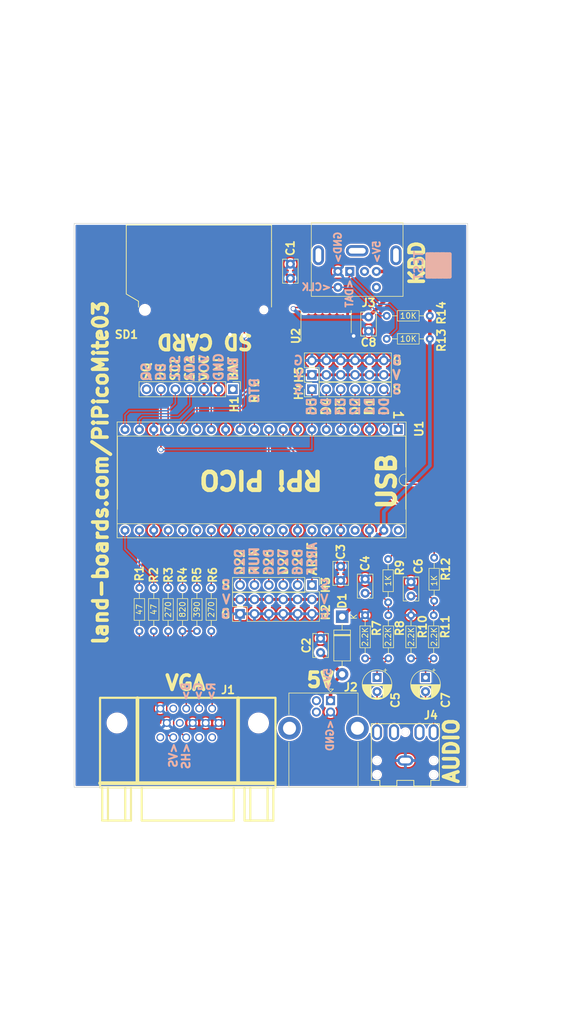
<source format=kicad_pcb>
(kicad_pcb (version 20211014) (generator pcbnew)
  (title_block (title "PiPicoMite03") (date "2022-06-27") (rev "1") (company "land-boards.com"))
  (layers (0 "F.Cu" signal) (31 "B.Cu" signal) (36 "B.SilkS" user "B.Silkscreen") (37 "F.SilkS" user "F.Silkscreen") (38 "B.Mask" user) (39 "F.Mask" user) (44 "Edge.Cuts" user))
  (net 0 "")
  (net 1 "GND")
  (net 2 "+3V3")
  (net 3 "/USB5V")
  (net 4 "Net-(C7-Pad1)")
  (net 5 "Net-(C6-Pad1)")
  (net 6 "/GP13")
  (net 7 "/GP11")
  (net 8 "/GP10")
  (net 9 "/GP12")
  (net 10 "/GP0")
  (net 11 "/GP1")
  (net 12 "/GP2")
  (net 13 "/GP3")
  (net 14 "/GP4")
  (net 15 "/GP5")
  (net 16 "/GP6")
  (net 17 "/GP7")
  (net 18 "/GP8")
  (net 19 "/VGA_B")
  (net 20 "/VGA_G")
  (net 21 "/VGA_R")
  (net 22 "/GP9")
  (net 23 "/GP14")
  (net 24 "/GP15")
  (net 26 "/GP28")
  (net 27 "/GP27")
  (net 28 "/GP26")
  (net 29 "/GP22")
  (net 30 "/GP21")
  (net 31 "/GP20")
  (net 32 "/VBUS")
  (net 33 "/VEN3")
  (net 34 "/ADCREF")
  (net 35 "Net-(C7-Pad2)")
  (net 36 "/GP19")
  (net 37 "/GP18")
  (net 38 "/GP17")
  (net 39 "/HS")
  (net 40 "/VS")
  (net 41 "/RUN")
  (net 42 "/GP16")
  (net 44 "Net-(C5-Pad1)")
  (net 45 "Net-(C4-Pad1)")
  (net 46 "Net-(C5-Pad2)")
  (net 51 "/PS2DAT")
  (net 53 "/PS2CLK")
  (net 58 "/VSYS")
  (footprint "LandBoards_Conns:DB_15F-VGA-fixed" (layer "F.Cu") (at 122.08025 134.52425)
    (fp_text reference "J1")
    (fp_text value "CONN, DB15HD, BLUE (VGA)" hide)
  )
  (footprint "LandBoards_Conns:SD_CARD" (layer "F.Cu") (at 129.633 57.6255 180)
    (fp_text reference "SD1")
    (fp_text value "Conn, SD Card" hide)
  )
  (footprint "Resistor_THT:R_Axial_DIN0204_L3.6mm_D1.6mm_P7.62mm_Horizontal" (layer "F.Cu") (at 126.233 114.3 90)
    (fp_text reference "R6")
    (fp_text value "270")
  )
  (footprint "Resistor_THT:R_Axial_DIN0204_L3.6mm_D1.6mm_P7.62mm_Horizontal" (layer "F.Cu") (at 123.693 114.3 90)
    (fp_text reference "R5")
    (fp_text value "390")
  )
  (footprint "Resistor_THT:R_Axial_DIN0204_L3.6mm_D1.6mm_P7.62mm_Horizontal" (layer "F.Cu") (at 157.475 109.22 90)
    (fp_text reference "R9")
    (fp_text value "1K")
  )
  (footprint "Resistor_THT:R_Axial_DIN0204_L3.6mm_D1.6mm_P7.62mm_Horizontal" (layer "F.Cu") (at 121.153 114.3 90)
    (fp_text reference "R4")
    (fp_text value "820")
  )
  (footprint "Resistor_THT:R_Axial_DIN0204_L3.6mm_D1.6mm_P7.62mm_Horizontal" (layer "F.Cu") (at 118.613 114.3 90)
    (fp_text reference "R3")
    (fp_text value "270")
  )
  (footprint "Resistor_THT:R_Axial_DIN0204_L3.6mm_D1.6mm_P7.62mm_Horizontal" (layer "F.Cu") (at 116.073 114.3 90)
    (fp_text reference "R2")
    (fp_text value "47")
  )
  (footprint "Resistor_THT:R_Axial_DIN0204_L3.6mm_D1.6mm_P7.62mm_Horizontal" (layer "F.Cu") (at 113.533 114.3 90)
    (fp_text reference "R1")
    (fp_text value "47")
  )
  (footprint "LandBoards_BoardOutlines:RasPiPico" (layer "F.Cu") (at 159.253 78.735 -90)
    (fp_text reference "U1")
    (fp_text value "RPi-PICO" hide)
  )
  (footprint "Connector_USB:USB_B_Lumberg_2411_02_Horizontal" (layer "F.Cu") (at 147.3 126.5825 -90)
    (fp_text reference "J2")
    (fp_text value "USB-B" hide)
  )
  (footprint "Capacitor_THT:CP_Radial_D5.0mm_P2.50mm" (layer "F.Cu") (at 155.513 122.492888 -90)
    (fp_text reference "C5")
    (fp_text value "47uF")
  )
  (footprint "Capacitor_THT:C_Rect_L4.0mm_W2.5mm_P2.50mm" (layer "F.Cu") (at 153.411 107.62 90)
    (fp_text reference "C4")
    (fp_text value "47nF")
  )
  (footprint "Resistor_THT:R_Axial_DIN0204_L3.6mm_D1.6mm_P7.62mm_Horizontal" (layer "F.Cu") (at 161.513 119.126 90)
    (fp_text reference "R10")
    (fp_text value "2.2K")
  )
  (footprint "Resistor_THT:R_Axial_DIN0204_L3.6mm_D1.6mm_P7.62mm_Horizontal" (layer "F.Cu") (at 157.513 119.126 90)
    (fp_text reference "R8")
    (fp_text value "2.2K")
  )
  (footprint "Capacitor_THT:C_Rect_L4.0mm_W2.5mm_P2.50mm" (layer "F.Cu") (at 154.013 58.87 -90)
    (fp_text reference "C8")
    (fp_text value "0.1uF")
  )
  (footprint "Connector_PinHeader_2.54mm:PinHeader_2x06_P2.54mm_Vertical" (layer "F.Cu") (at 131.318 111.252 90)
    (fp_text reference "H2")
    (fp_text value "Conn_02x06_Odd_Even")
  )
  (footprint "Connector_PinHeader_2.54mm:PinHeader_2x06_P2.54mm_Vertical" (layer "F.Cu") (at 144.013 69.088 90)
    (fp_text reference "H5")
    (fp_text value "Conn_02x06_Odd_Even")
  )
  (footprint "Connector_PinHeader_2.54mm:PinHeader_1x06_P2.54mm_Vertical" (layer "F.Cu") (at 144.018 106.172 -90)
    (fp_text reference "H3")
    (fp_text value "Conn_01x06")
  )
  (footprint "Connector_PinHeader_2.54mm:PinHeader_1x07_P2.54mm_Vertical" (layer "F.Cu") (at 130.043 71.628 -90)
    (fp_text reference "H1")
    (fp_text value "Conn_01x07")
  )
  (footprint "Diode_THT:D_DO-41_SOD81_P10.16mm_Horizontal" (layer "F.Cu") (at 149.347 111.76 -90)
    (fp_text reference "D1")
    (fp_text value "1N5819")
  )
  (footprint "Capacitor_THT:C_Rect_L4.0mm_W2.5mm_P2.50mm" (layer "F.Cu") (at 161.513 108.12 90)
    (fp_text reference "C6")
    (fp_text value "47nF")
  )
  (footprint "Capacitor_THT:C_Rect_L4.0mm_W2.5mm_P2.50mm" (layer "F.Cu") (at 140.203 52.05 90)
    (fp_text reference "C1")
    (fp_text value "0.1uF")
  )
  (footprint "LandBoards_Conns:Jack_3.5mm_CUI_SJ1-3523N_Horizontal" (layer "F.Cu") (at 160.513 137.144 180)
    (fp_text reference "J4")
    (fp_text value "AudioJack3" hide)
  )
  (footprint "Resistor_THT:R_Axial_DIN0204_L3.6mm_D1.6mm_P7.62mm_Horizontal" (layer "F.Cu") (at 153.411 111.506 -90)
    (fp_text reference "R7")
    (fp_text value "2.2K")
  )
  (footprint "Resistor_THT:R_Axial_DIN0204_L3.6mm_D1.6mm_P7.62mm_Horizontal" (layer "F.Cu") (at 164.841 62.738 180)
    (fp_text reference "R13")
    (fp_text value "10K")
  )
  (footprint "Resistor_THT:R_Axial_DIN0204_L3.6mm_D1.6mm_P7.62mm_Horizontal" (layer "F.Cu") (at 164.841 58.674 180)
    (fp_text reference "R14")
    (fp_text value "10K")
  )
  (footprint "Capacitor_THT:CP_Radial_D5.0mm_P2.50mm" (layer "F.Cu") (at 164.079 122.492888 -90)
    (fp_text reference "C7")
    (fp_text value "47uF")
  )
  (footprint "Package_SO:SOIC-14_3.9x8.7mm_P1.27mm" (layer "F.Cu") (at 146.513 59.69 90)
    (fp_text reference "U2")
    (fp_text value "TXS0104")
  )
  (footprint "Capacitor_THT:C_Rect_L4.0mm_W2.5mm_P2.50mm" (layer "F.Cu") (at 149.093 102.87 -90)
    (fp_text reference "C3")
    (fp_text value "0.1uF")
  )
  (footprint "LandBoards_Conns:Connector_Mini-DIN_Female_6Pin_2rows" (layer "F.Cu") (at 150.703106 50.845001 180)
    (fp_text reference "J3")
    (fp_text value "PS2_DIN6")
  )
  (footprint "Capacitor_THT:C_Rect_L4.0mm_W2.5mm_P2.50mm" (layer "F.Cu") (at 145.537 118.09 90)
    (fp_text reference "C2")
    (fp_text value "0.1uF")
  )
  (footprint "Resistor_THT:R_Axial_DIN0204_L3.6mm_D1.6mm_P7.62mm_Horizontal" (layer "F.Cu") (at 165.513 119.126 90)
    (fp_text reference "R11")
    (fp_text value "2.2K")
  )
  (footprint "LandBoards_Marking:TEST_BLK-REAR" (layer "F.Cu") (at 166.365 49.784 90)
    (fp_text reference "TEST")
    (fp_text value "COUPON" hide)
  )
  (footprint "Resistor_THT:R_Axial_DIN0204_L3.6mm_D1.6mm_P7.62mm_Horizontal" (layer "F.Cu") (at 165.603 108.966 90)
    (fp_text reference "R12")
    (fp_text value "1K")
  )
  (footprint "Connector_PinHeader_2.54mm:PinHeader_1x06_P2.54mm_Vertical" (layer "F.Cu") (at 144.013 71.628 90)
    (fp_text reference "H4")
    (fp_text value "Conn_01x06")
  )
  (gr_rect (start 102.013 42.37) (end 171.513 141.87) (layer "Edge.Cuts") (width 0.1) (fill none))
  (gr_text "5V>" (at 146.807 124.968 90) (layer "B.SilkS") (effects (font (size 1.27 1.27) (thickness 0.3175)) (justify right mirror)))
  (gr_text "<GND" (at 147.193 129.794 90) (layer "B.SilkS") (effects (font (size 1.27 1.27) (thickness 0.3175)) (justify left mirror)))
  (gr_text "B>\nG>\nR>" (at 123.947 126.746 90) (layer "B.SilkS") (effects (font (size 1.397 1.397) (thickness 0.34925)) (justify right mirror)))
  (gr_text "<DAT" (at 150.617 52.07 90) (layer "B.SilkS") (effects (font (size 1.27 1.27) (thickness 0.3175)) (justify left mirror)))
  (gr_text "D5\nD4\nD3\nD2\nD1\nD0" (at 150.363 72.898 90) (layer "B.SilkS") (effects (font (size 1.5875 1.5875) (thickness 0.34925)) (justify left mirror)))
  (gr_text "GND>" (at 148.585 49.53 90) (layer "B.SilkS") (effects (font (size 1.27 1.27) (thickness 0.3175)) (justify right mirror)))
  (gr_text "D22\nRUN\nD26\nD27\nD28\nAREF" (at 137.663 104.648 90) (layer "B.SilkS") (effects (font (size 1.5875 1.5875) (thickness 0.34925)) (justify right mirror)))
  (gr_text "S\nV\nG" (at 145.283 108.712) (layer "B.SilkS") (effects (font (size 1.5875 1.5875) (thickness 0.34925)) (justify right mirror)))
  (gr_text "5V>" (at 155.443 49.53 90) (layer "B.SilkS") (effects (font (size 1.27 1.27) (thickness 0.3175)) (justify right mirror)))
  (gr_text "<CLK" (at 147.569 53.594) (layer "B.SilkS") (effects (font (size 1.27 1.27) (thickness 0.3175)) (justify left mirror)))
  (gr_text "S\nV\nG" (at 129.789 108.712) (layer "B.SilkS") (effects (font (size 1.5875 1.5875) (thickness 0.34925)) (justify left mirror)))
  (gr_text "RTC" (at 133.853 71.882 90) (layer "B.SilkS") (effects (font (size 1.5875 1.5875) (thickness 0.34925)) (justify mirror)))
  (gr_text "G\nV\nS" (at 142.621 69.118) (layer "B.SilkS") (effects (font (size 1.5875 1.5875) (thickness 0.34925)) (justify left mirror)))
  (gr_text "G\nV\nS" (at 157.988 69.088) (layer "B.SilkS") (effects (font (size 1.5875 1.5875) (thickness 0.34925)) (justify right mirror)))
  (gr_text "<VS\n<HS" (at 120.645 133.858 90) (layer "B.SilkS") (effects (font (size 1.397 1.397) (thickness 0.34925)) (justify left mirror)))
  (gr_text "SQ\nDS\nSCL\nSDA\nVCC\nGND\nBAT" (at 122.423 70.358 90) (layer "B.SilkS") (effects (font (size 1.5875 1.5875) (thickness 0.34925)) (justify right mirror)))
  (gr_text "VGA" (at 121.666 123.444) (layer "F.SilkS") (effects (font (size 2.54 2.54) (thickness 0.635))))
  (gr_text "G\nV\nS" (at 158.043 69.118) (layer "F.SilkS") (effects (font (size 1.5875 1.5875) (thickness 0.34925)) (justify left)))
  (gr_text "AUDIO" (at 168.651 141.478 90) (layer "F.SilkS") (effects (font (size 2.54 2.54) (thickness 0.635)) (justify left)))
  (gr_text "RTC" (at 133.853 71.882 90) (layer "F.SilkS") (effects (font (size 1.5875 1.5875) (thickness 0.34925))))
  (gr_text "land-boards.com/PiPicoMite03" (at 106.675 86.36 90) (layer "F.SilkS") (effects (font (size 2.54 2.54) (thickness 0.635))))
  (gr_text "SQ\nDS\nSCL\nSDA\nVCC\nGND\nBAT" (at 122.423 70.358 90) (layer "F.SilkS") (effects (font (size 1.5875 1.5875) (thickness 0.34925)) (justify left)))
  (gr_text "SD CARD" (at 133.853 63.246 180) (layer "F.SilkS") (effects (font (size 2.54 2.54) (thickness 0.635)) (justify left)))
  (gr_text "RPi PICO" (at 135.013 87.63 180) (layer "F.SilkS") (effects (font (size 3.175 3.175) (thickness 0.79375))))
  (gr_text "S\nV\nG" (at 129.789 108.712) (layer "F.SilkS") (effects (font (size 1.5875 1.5875) (thickness 0.34925)) (justify right)))
  (gr_text "D22\nRUN\nD26\nD27\nD28\nAREF" (at 137.663 104.648 90) (layer "F.SilkS") (effects (font (size 1.5875 1.5875) (thickness 0.34925)) (justify left)))
  (gr_text "KBD" (at 162.555 53.594 90) (layer "F.SilkS") (effects (font (size 2.54 2.54) (thickness 0.635)) (justify left)))
  (gr_text "5V" (at 142.748 122.936) (layer "F.SilkS") (effects (font (size 2.54 2.54) (thickness 0.635)) (justify left)))
  (gr_text "D5\nD4\nD3\nD2\nD1\nD0" (at 150.363 72.898 90) (layer "F.SilkS") (effects (font (size 1.5875 1.5875) (thickness 0.34925)) (justify right)))
  (gr_text "USB" (at 157.226 87.884 90) (layer "F.SilkS") (effects (font (size 3.175 3.175) (thickness 0.79375))))
  (segment (start 122.133 60.4255) (end 122.133 62.194) (width 0.254) (layer "F.Cu") (net 1))
  (segment (start 129.633 61.878) (end 129.535 61.976) (width 0.254) (layer "F.Cu") (net 1))
  (segment (start 129.633 60.4255) (end 129.633 61.878) (width 0.254) (layer "F.Cu") (net 1))
  (segment (start 150.323 62.165) (end 151.314 62.165) (width 0.254) (layer "F.Cu") (net 1))
  (segment (start 151.314 62.165) (end 151.379 62.23) (width 0.254) (layer "F.Cu") (net 1))
  (segment (start 122.133 62.194) (end 122.169 62.23) (width 0.254) (layer "F.Cu") (net 1))
  (via (at 129.535 61.976) (size 0.889) (drill 0.635) (layers "F.Cu" "B.Cu") (net 1))
  (via (at 151.379 62.23) (size 0.889) (drill 0.635) (layers "F.Cu" "B.Cu") (net 1))
  (via (at 122.169 62.23) (size 0.889) (drill 0.635) (layers "F.Cu" "B.Cu") (net 1))
  (segment (start 149.347 121.92) (end 147.3 123.967) (width 0.635) (layer "F.Cu") (net 3))
  (segment (start 149.347 121.9) (end 145.537 118.09) (width 0.635) (layer "F.Cu") (net 3))
  (segment (start 147.3 123.967) (end 147.3 126.5825) (width 0.635) (layer "F.Cu") (net 3))
  (segment (start 149.347 121.92) (end 149.347 121.9) (width 0.635) (layer "F.Cu") (net 3))
  (segment (start 164.079 120.56) (end 165.513 119.126) (width 0.254) (layer "F.Cu") (net 4))
  (segment (start 164.079 122.492888) (end 164.079 120.56) (width 0.254) (layer "F.Cu") (net 4))
  (segment (start 161.513 119.126) (end 165.513 119.126) (width 0.254) (layer "F.Cu") (net 4))
  (segment (start 164.757 108.12) (end 165.603 108.966) (width 0.254) (layer "F.Cu") (net 5))
  (segment (start 165.513 111.506) (end 165.513 109.056) (width 0.254) (layer "F.Cu") (net 5))
  (segment (start 165.513 109.056) (end 165.603 108.966) (width 0.254) (layer "F.Cu") (net 5))
  (segment (start 161.513 108.12) (end 164.757 108.12) (width 0.254) (layer "F.Cu") (net 5))
  (segment (start 117.133 63.798) (end 117.133 60.4255) (width 0.254) (layer "F.Cu") (net 6))
  (segment (start 118.613 65.278) (end 117.133 63.798) (width 0.254) (layer "F.Cu") (net 6))
  (segment (start 118.613 78.735) (end 118.613 65.278) (width 0.254) (layer "F.Cu") (net 6))
  (segment (start 123.693 78.735) (end 123.693 67.31) (width 0.254) (layer "F.Cu") (net 7))
  (segment (start 123.693 67.31) (end 119.633 63.25) (width 0.254) (layer "F.Cu") (net 7))
  (segment (start 119.633 63.25) (end 119.633 60.4255) (width 0.254) (layer "F.Cu") (net 7))
  (segment (start 127.133 60.4255) (end 127.133 62.876) (width 0.254) (layer "F.Cu") (net 8))
  (segment (start 126.233 63.776) (end 127.133 62.876) (width 0.254) (layer "F.Cu") (net 8))
  (segment (start 126.233 78.735) (end 126.233 63.776) (width 0.254) (layer "F.Cu") (net 8))
  (segment (start 132.075 60.4475) (end 132.053 60.4255) (width 0.254) (layer "F.Cu") (net 9))
  (segment (start 132.075 62.23) (end 132.075 60.4475) (width 0.254) (layer "F.Cu") (net 9))
  (via (at 132.075 62.23) (size 0.889) (drill 0.635) (layers "F.Cu" "B.Cu") (net 9))
  (segment (start 131.313 75.184) (end 132.075 74.422) (width 0.254) (layer "B.Cu") (net 9))
  (segment (start 132.075 74.422) (end 132.075 62.23) (width 0.254) (layer "B.Cu") (net 9))
  (segment (start 121.153 77.47) (end 123.439 75.184) (width 0.254) (layer "B.Cu") (net 9))
  (segment (start 121.153 78.735) (end 121.153 77.47) (width 0.254) (layer "B.Cu") (net 9))
  (segment (start 123.439 75.184) (end 131.313 75.184) (width 0.254) (layer "B.Cu") (net 9))
  (segment (start 159.253 74.168) (end 159.253 78.735) (width 0.254) (layer "F.Cu") (net 10))
  (segment (start 156.713 71.628) (end 159.253 74.168) (width 0.254) (layer "F.Cu") (net 10))
  (segment (start 156.713 76.708) (end 154.173 74.168) (width 0.254) (layer "F.Cu") (net 11))
  (segment (start 154.173 74.168) (end 154.173 71.628) (width 0.254) (layer "F.Cu") (net 11))
  (segment (start 156.713 78.735) (end 156.713 76.708) (width 0.254) (layer "F.Cu") (net 11))
  (segment (start 151.633 78.735) (end 151.633 71.628) (width 0.254) (layer "F.Cu") (net 12))
  (segment (start 149.093 78.735) (end 149.093 71.628) (width 0.254) (layer "F.Cu") (net 13))
  (segment (start 146.553 78.735) (end 146.553 71.628) (width 0.254) (layer "F.Cu") (net 14))
  (segment (start 117.343 71.628) (end 117.343 82.296) (width 0.254) (layer "F.Cu") (net 15))
  (segment (start 144.013 78.735) (end 144.013 71.628) (width 0.254) (layer "F.Cu") (net 15))
  (via (at 117.343 82.296) (size 0.889) (drill 0.635) (layers "F.Cu" "B.Cu") (net 15))
  (segment (start 144.013 82.296) (end 117.343 82.296) (width 0.254) (layer "B.Cu") (net 15))
  (segment (start 144.013 78.735) (end 144.013 82.296) (width 0.254) (layer "B.Cu") (net 15))
  (segment (start 138.933 80.772) (end 146.553 88.392) (width 0.254) (layer "F.Cu") (net 16))
  (segment (start 146.553 88.392) (end 162.555 88.392) (width 0.254) (layer "F.Cu") (net 16))
  (segment (start 138.933 78.735) (end 138.933 80.772) (width 0.254) (layer "F.Cu") (net 16))
  (segment (start 165.603 91.44) (end 165.603 101.346) (width 0.254) (layer "F.Cu") (net 16))
  (segment (start 162.555 88.392) (end 165.603 91.44) (width 0.254) (layer "F.Cu") (net 16))
  (segment (start 157.221 89.916) (end 143.251 89.916) (width 0.254) (layer "F.Cu") (net 17))
  (segment (start 136.393 83.058) (end 136.393 78.735) (width 0.254) (layer "F.Cu") (net 17))
  (segment (start 157.475 101.6) (end 161.539 97.536) (width 0.254) (layer "F.Cu") (net 17))
  (segment (start 161.539 94.234) (end 157.221 89.916) (width 0.254) (layer "F.Cu") (net 17))
  (segment (start 143.251 89.916) (end 136.393 83.058) (width 0.254) (layer "F.Cu") (net 17))
  (segment (start 161.539 97.536) (end 161.539 94.234) (width 0.254) (layer "F.Cu") (net 17))
  (segment (start 133.853 78.735) (end 133.853 72.39) (width 0.254) (layer "F.Cu") (net 18))
  (segment (start 133.853 72.39) (end 141.473 64.77) (width 0.254) (layer "F.Cu") (net 18))
  (segment (start 144.775 64.77) (end 145.243 64.302) (width 0.254) (layer "F.Cu") (net 18))
  (segment (start 145.243 64.302) (end 145.243 62.165) (width 0.254) (layer "F.Cu") (net 18))
  (segment (start 141.473 64.77) (end 144.775 64.77) (width 0.254) (layer "F.Cu") (net 18))
  (segment (start 118.613 114.3) (end 118.613 119.634) (width 0.254) (layer "F.Cu") (net 19))
  (segment (start 121.81355 127.97359) (end 121.81355 122.83455) (width 0.254) (layer "F.Cu") (net 19))
  (segment (start 121.81355 122.83455) (end 118.613 119.634) (width 0.254) (layer "F.Cu") (net 19))
  (segment (start 124.09955 127.97359) (end 124.09955 121.94055) (width 0.254) (layer "F.Cu") (net 20))
  (segment (start 121.153 118.994) (end 124.09955 121.94055) (width 0.254) (layer "F.Cu") (net 20))
  (segment (start 121.153 114.3) (end 123.693 114.3) (width 0.254) (layer "F.Cu") (net 20))
  (segment (start 121.153 114.3) (end 121.153 118.994) (width 0.254) (layer "F.Cu") (net 20))
  (segment (start 125.222 116.967) (end 125.222 119.126) (width 0.254) (layer "F.Cu") (net 21))
  (segment (start 126.233 114.3) (end 126.233 115.956) (width 0.254) (layer "F.Cu") (net 21))
  (segment (start 126.39063 127.97359) (end 126.39063 120.29463) (width 0.254) (layer "F.Cu") (net 21))
  (segment (start 126.233 115.956) (end 125.222 116.967) (width 0.254) (layer "F.Cu") (net 21))
  (segment (start 126.39063 120.29463) (end 125.222 119.126) (width 0.254) (layer "F.Cu") (net 21))
  (segment (start 131.313 78.735) (end 131.313 73.152) (width 0.254) (layer "F.Cu") (net 22))
  (segment (start 143.505 64.008) (end 143.973 63.54) (width 0.254) (layer "F.Cu") (net 22))
  (segment (start 131.313 73.152) (end 140.457 64.008) (width 0.254) (layer "F.Cu") (net 22))
  (segment (start 143.973 63.54) (end 143.973 62.165) (width 0.254) (layer "F.Cu") (net 22))
  (segment (start 140.457 64.008) (end 143.505 64.008) (width 0.254) (layer "F.Cu") (net 22))
  (segment (start 120.391 76.454) (end 122.423 74.422) (width 0.254) (layer "B.Cu") (net 23))
  (segment (start 113.533 78.735) (end 113.533 76.962) (width 0.254) (layer "B.Cu") (net 23))
  (segment (start 114.041 76.454) (end 120.391 76.454) (width 0.254) (layer "B.Cu") (net 23))
  (segment (start 122.423 71.628) (end 122.423 74.422) (width 0.254) (layer "B.Cu") (net 23))
  (segment (start 113.533 76.962) (end 114.041 76.454) (width 0.254) (layer "B.Cu") (net 23))
  (segment (start 111.755 75.438) (end 110.993 76.2) (width 0.254) (layer "B.Cu") (net 24))
  (segment (start 118.613 75.438) (end 111.755 75.438) (width 0.254) (layer "B.Cu") (net 24))
  (segment (start 110.993 76.2) (end 110.993 78.735) (width 0.254) (layer "B.Cu") (net 24))
  (segment (start 119.883 74.168) (end 118.613 75.438) (width 0.254) (layer "B.Cu") (net 24))
  (segment (start 119.883 71.628) (end 119.883 74.168) (width 0.254) (layer "B.Cu") (net 24))
  (segment (start 141.473 105.415) (end 141.473 101.092) (width 0.254) (layer "F.Cu") (net 26))
  (segment (start 141.473 105.918) (end 141.473 105.415) (width 0.254) (layer "F.Cu") (net 26))
  (segment (start 141.478 106.172) (end 141.478 105.42) (width 0.254) (layer "F.Cu") (net 26))
  (segment (start 144.013 98.552) (end 144.013 96.515) (width 0.254) (layer "F.Cu") (net 26))
  (segment (start 141.473 101.092) (end 144.013 98.552) (width 0.254) (layer "F.Cu") (net 26))
  (segment (start 141.478 105.42) (end 141.473 105.415) (width 0.254) (layer "F.Cu") (net 26))
  (segment (start 138.933 96.515) (end 138.933 105.415) (width 0.254) (layer "F.Cu") (net 27))
  (segment (start 138.938 105.42) (end 138.933 105.415) (width 0.254) (layer "F.Cu") (net 27))
  (segment (start 138.938 106.172) (end 138.938 105.42) (width 0.254) (layer "F.Cu") (net 27))
  (segment (start 138.933 105.415) (end 138.933 105.918) (width 0.254) (layer "F.Cu") (net 27))
  (segment (start 136.398 106.172) (end 136.398 104.902) (width 0.254) (layer "F.Cu") (net 28))
  (segment (start 136.398 104.902) (end 136.393 104.897) (width 0.254) (layer "F.Cu") (net 28))
  (segment (start 136.393 104.897) (end 136.393 105.918) (width 0.254) (layer "F.Cu") (net 28))
  (segment (start 136.393 96.515) (end 136.393 104.897) (width 0.254) (layer "F.Cu") (net 28))
  (segment (start 131.318 106.172) (end 131.318 104.902) (width 0.254) (layer "F.Cu") (net 29))
  (segment (start 131.313 96.515) (end 131.313 104.897) (width 0.254) (layer "F.Cu") (net 29))
  (segment (start 131.313 104.897) (end 131.313 105.918) (width 0.254) (layer "F.Cu") (net 29))
  (segment (start 131.318 104.902) (end 131.313 104.897) (width 0.254) (layer "F.Cu") (net 29))
  (segment (start 126.233 106.68) (end 126.233 96.515) (width 0.254) (layer "F.Cu") (net 30))
  (segment (start 123.693 106.68) (end 123.693 96.515) (width 0.254) (layer "F.Cu") (net 31))
  (segment (start 144.013 105.918) (end 144.013 104.897) (width 0.254) (layer "F.Cu") (net 34))
  (segment (start 144.018 106.172) (end 144.018 104.902) (width 0.254) (layer "F.Cu") (net 34))
  (segment (start 144.013 101.854) (end 146.553 99.314) (width 0.254) (layer "F.Cu") (net 34))
  (segment (start 144.013 104.897) (end 144.013 101.854) (width 0.254) (layer "F.Cu") (net 34))
  (segment (start 144.018 104.902) (end 144.013 104.897) (width 0.254) (layer "F.Cu") (net 34))
  (segment (start 146.553 99.314) (end 146.553 96.515) (width 0.254) (layer "F.Cu") (net 34))
  (segment (start 164.079 128.778) (end 165.513 130.212) (width 0.254) (layer "F.Cu") (net 35))
  (segment (start 164.079 124.992888) (end 164.079 128.778) (width 0.254) (layer "F.Cu") (net 35))
  (segment (start 165.513 130.212) (end 165.513 132.144) (width 0.254) (layer "F.Cu") (net 35))
  (segment (start 121.153 106.68) (end 121.153 96.515) (width 0.254) (layer "F.Cu") (net 36))
  (segment (start 118.613 106.68) (end 118.613 96.515) (width 0.254) (layer "F.Cu") (net 37))
  (segment (start 113.533 106.68) (end 113.533 96.515) (width 0.254) (layer "F.Cu") (net 38))
  (segment (start 118.359 128.338613) (end 118.359 122.936) (width 0.254) (layer "F.Cu") (net 39))
  (segment (start 121.676977 133.05105) (end 119.586459 130.960532) (width 0.254) (layer "F.Cu") (net 39))
  (segment (start 119.586459 130.960532) (end 119.586459 129.566072) (width 0.254) (layer "F.Cu") (net 39))
  (segment (start 118.359 122.936) (end 116.073 120.65) (width 0.254) (layer "F.Cu") (net 39))
  (segment (start 121.81101 133.05105) (end 121.676977 133.05105) (width 0.254) (layer "F.Cu") (net 39))
  (segment (start 119.586459 129.566072) (end 118.359 128.338613) (width 0.254) (layer "F.Cu") (net 39))
  (segment (start 116.073 120.65) (end 116.073 114.3) (width 0.254) (layer "F.Cu") (net 39))
  (segment (start 113.533 127.508) (end 113.533 114.3) (width 0.254) (layer "F.Cu") (net 40))
  (segment (start 119.07859 133.05359) (end 113.533 127.508) (width 0.254) (layer "F.Cu") (net 40))
  (segment (start 119.51993 133.05359) (end 119.07859 133.05359) (width 0.254) (layer "F.Cu") (net 40))
  (segment (start 133.858 105.42) (end 133.853 105.415) (width 0.254) (layer "F.Cu") (net 41))
  (segment (start 133.858 106.172) (end 133.858 105.42) (width 0.254) (layer "F.Cu") (net 41))
  (segment (start 133.853 96.515) (end 133.853 105.415) (width 0.254) (layer "F.Cu") (net 41))
  (segment (start 133.853 105.415) (end 133.853 105.918) (width 0.254) (layer "F.Cu") (net 41))
  (segment (start 110.993 96.515) (end 110.993 99.822) (width 0.254) (layer "B.Cu") (net 42))
  (segment (start 116.073 104.902) (end 116.073 106.68) (width 0.254) (layer "B.Cu") (net 42))
  (segment (start 110.993 99.822) (end 116.073 104.902) (width 0.254) (layer "B.Cu") (net 42))
  (segment (start 155.513 121.126) (end 157.513 119.126) (width 0.254) (layer "F.Cu") (net 44))
  (segment (start 155.513 122.492888) (end 155.513 121.126) (width 0.254) (layer "F.Cu") (net 44))
  (segment (start 153.411 119.126) (end 157.513 119.126) (width 0.254) (layer "F.Cu") (net 44))
  (segment (start 153.411 107.62) (end 155.875 107.62) (width 0.254) (layer "F.Cu") (net 45))
  (segment (start 155.875 107.62) (end 157.475 109.22) (width 0.254) (layer "F.Cu") (net 45))
  (segment (start 157.513 109.258) (end 157.475 109.22) (width 0.254) (layer "F.Cu") (net 45))
  (segment (start 157.513 111.506) (end 157.513 109.258) (width 0.254) (layer "F.Cu") (net 45))
  (segment (start 155.513 124.992888) (end 155.513 132.144) (width 0.254) (layer "F.Cu") (net 46))
  (segment (start 143.973 55.412) (end 147.315 52.07) (width 0.254) (layer "F.Cu") (net 51))
  (segment (start 143.973 57.215) (end 143.973 55.412) (width 0.254) (layer "F.Cu") (net 51))
  (segment (start 150.363 52.07) (end 150.703106 51.729894) (width 0.254) (layer "F.Cu") (net 51))
  (segment (start 147.315 52.07) (end 150.363 52.07) (width 0.254) (layer "F.Cu") (net 51))
  (segment (start 150.703106 51.729894) (end 150.703106 50.845001) (width 0.254) (layer "F.Cu") (net 51))
  (segment (start 158.999 60.96) (end 158.999 57.912) (width 0.254) (layer "B.Cu") (net 51))
  (segment (start 150.703106 51.394106) (end 150.703106 50.845001) (width 0.254) (layer "B.Cu") (net 51))
  (segment (start 157.221 62.738) (end 158.999 60.96) (width 0.254) (layer "B.Cu") (net 51))
  (segment (start 157.729 56.642) (end 155.951 56.642) (width 0.254) (layer "B.Cu") (net 51))
  (segment (start 158.999 57.912) (end 157.729 56.642) (width 0.254) (layer "B.Cu") (net 51))
  (segment (start 155.951 56.642) (end 150.703106 51.394106) (width 0.254) (layer "B.Cu") (net 51))
  (segment (start 147.009999 53.645001) (end 148.603106 53.645001) (width 0.254) (layer "F.Cu") (net 53))
  (segment (start 145.243 57.215) (end 145.243 55.412) (width 0.254) (layer "F.Cu") (net 53))
  (segment (start 145.243 55.412) (end 147.009999 53.645001) (width 0.254) (layer "F.Cu") (net 53))
  (segment (start 148.603106 53.645001) (end 151.176001 53.645001) (width 0.254) (layer "B.Cu") (net 53))
  (segment (start 156.205 58.674) (end 157.221 58.674) (width 0.254) (layer "B.Cu") (net 53))
  (segment (start 151.176001 53.645001) (end 156.205 58.674) (width 0.254) (layer "B.Cu") (net 53))
  (segment (start 164.841 62.738) (end 164.841 58.674) (width 0.635) (layer "F.Cu") (net 58))
  (segment (start 164.841 58.674) (end 164.841 56.388) (width 0.635) (layer "F.Cu") (net 58))
  (segment (start 155.403106 50.845001) (end 157.266001 50.845001) (width 0.635) (layer "F.Cu") (net 58))
  (segment (start 142.703 57.215) (end 140.9 57.215) (width 0.254) (layer "F.Cu") (net 58))
  (segment (start 151.125 102.103) (end 151.125 109.982) (width 0.635) (layer "F.Cu") (net 58))
  (segment (start 151.125 109.982) (end 149.347 111.76) (width 0.635) (layer "F.Cu") (net 58))
  (segment (start 163.607 55.154) (end 157.729 55.154) (width 0.635) (layer "F.Cu") (net 58))
  (segment (start 140.9 57.215) (end 140.711 57.404) (width 0.254) (layer "F.Cu") (net 58))
  (segment (start 157.266001 50.845001) (end 157.729 51.308) (width 0.635) (layer "F.Cu") (net 58))
  (segment (start 157.729 51.308) (end 157.729 55.154) (width 0.635) (layer "F.Cu") (net 58))
  (segment (start 157.729 55.154) (end 154.013 58.87) (width 0.635) (layer "F.Cu") (net 58))
  (segment (start 156.713 96.515) (end 151.125 102.103) (width 0.635) (layer "F.Cu") (net 58))
  (segment (start 164.841 56.388) (end 163.607 55.154) (width 0.635) (layer "F.Cu") (net 58))
  (via (at 140.711 57.404) (size 0.889) (drill 0.635) (layers "F.Cu" "B.Cu") (net 58))
  (segment (start 142.177 58.87) (end 140.711 57.404) (width 0.635) (layer "B.Cu") (net 58))
  (segment (start 164.841 62.738) (end 164.841 85.09) (width 0.635) (layer "B.Cu") (net 58))
  (segment (start 156.713 93.218) (end 156.713 96.514996) (width 0.635) (layer "B.Cu") (net 58))
  (segment (start 164.841 85.09) (end 156.713 93.218) (width 0.635) (layer "B.Cu") (net 58))
  (segment (start 154.013 58.87) (end 142.177 58.87) (width 0.635) (layer "B.Cu") (net 58))
  (zone (net 2) (net_name "+3V3") (layer "F.Cu") (connect_pads (clearance 0.254)) (min_thickness 0.254) (fill yes (thermal_gap 0.508) (thermal_bridge_width 0.508))
    (polygon (pts (xy 171.513 141.87) (xy 102.013 141.87) (xy 102.013 42.37) (xy 171.513 42.37)))
  )
  (zone (net 1) (net_name "GND") (layer "B.Cu") (connect_pads (clearance 0.254)) (min_thickness 0.254) (fill yes (thermal_gap 0.508) (thermal_bridge_width 0.508))
    (polygon (pts (xy 171.513 141.87) (xy 102.013 141.87) (xy 102.013 42.37) (xy 171.513 42.37)))
  )
)
</source>
